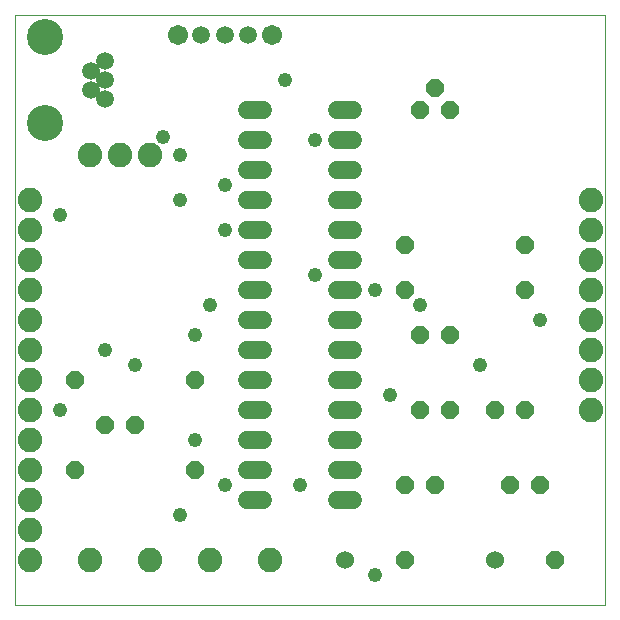
<source format=gbs>
G75*
%MOIN*%
%OFA0B0*%
%FSLAX25Y25*%
%IPPOS*%
%LPD*%
%AMOC8*
5,1,8,0,0,1.08239X$1,22.5*
%
%ADD10C,0.00000*%
%ADD11OC8,0.06000*%
%ADD12C,0.06000*%
%ADD13C,0.05950*%
%ADD14C,0.12020*%
%ADD15C,0.06000*%
%ADD16C,0.06737*%
%ADD17C,0.08200*%
%ADD18C,0.04762*%
D10*
X0006800Y0006800D02*
X0006800Y0203650D01*
X0203650Y0203650D01*
X0203650Y0006800D01*
X0006800Y0006800D01*
D11*
X0026800Y0051800D03*
X0036800Y0066800D03*
X0046800Y0066800D03*
X0026800Y0081800D03*
X0066800Y0081800D03*
X0066800Y0051800D03*
X0136800Y0046800D03*
X0146800Y0046800D03*
X0136800Y0021800D03*
X0171800Y0046800D03*
X0181800Y0046800D03*
X0186800Y0021800D03*
X0176800Y0071800D03*
X0166800Y0071800D03*
X0151800Y0071800D03*
X0141800Y0071800D03*
X0141800Y0096800D03*
X0151800Y0096800D03*
X0136800Y0111800D03*
X0136800Y0126800D03*
X0176800Y0126800D03*
X0176800Y0111800D03*
X0151800Y0171800D03*
X0146800Y0179300D03*
X0141800Y0171800D03*
D12*
X0116800Y0021800D03*
X0166800Y0021800D03*
D13*
X0036879Y0175501D03*
X0032154Y0178650D03*
X0036879Y0181800D03*
X0032154Y0184950D03*
X0036879Y0188099D03*
X0068926Y0196800D03*
X0076800Y0196800D03*
X0084674Y0196800D03*
D14*
X0016800Y0196170D03*
X0016800Y0167430D03*
D15*
X0084200Y0171800D02*
X0089400Y0171800D01*
X0089400Y0161800D02*
X0084200Y0161800D01*
X0084200Y0151800D02*
X0089400Y0151800D01*
X0089400Y0141800D02*
X0084200Y0141800D01*
X0084200Y0131800D02*
X0089400Y0131800D01*
X0089400Y0121800D02*
X0084200Y0121800D01*
X0084200Y0111800D02*
X0089400Y0111800D01*
X0089400Y0101800D02*
X0084200Y0101800D01*
X0084200Y0091800D02*
X0089400Y0091800D01*
X0089400Y0081800D02*
X0084200Y0081800D01*
X0084200Y0071800D02*
X0089400Y0071800D01*
X0089400Y0061800D02*
X0084200Y0061800D01*
X0084200Y0051800D02*
X0089400Y0051800D01*
X0089400Y0041800D02*
X0084200Y0041800D01*
X0114200Y0041800D02*
X0119400Y0041800D01*
X0119400Y0051800D02*
X0114200Y0051800D01*
X0114200Y0061800D02*
X0119400Y0061800D01*
X0119400Y0071800D02*
X0114200Y0071800D01*
X0114200Y0081800D02*
X0119400Y0081800D01*
X0119400Y0091800D02*
X0114200Y0091800D01*
X0114200Y0101800D02*
X0119400Y0101800D01*
X0119400Y0111800D02*
X0114200Y0111800D01*
X0114200Y0121800D02*
X0119400Y0121800D01*
X0119400Y0131800D02*
X0114200Y0131800D01*
X0114200Y0141800D02*
X0119400Y0141800D01*
X0119400Y0151800D02*
X0114200Y0151800D01*
X0114200Y0161800D02*
X0119400Y0161800D01*
X0119400Y0171800D02*
X0114200Y0171800D01*
D16*
X0092548Y0196800D03*
X0061052Y0196800D03*
D17*
X0051800Y0156800D03*
X0041800Y0156800D03*
X0031800Y0156800D03*
X0011800Y0141800D03*
X0011800Y0131800D03*
X0011800Y0121800D03*
X0011800Y0111800D03*
X0011800Y0101800D03*
X0011800Y0091800D03*
X0011800Y0081800D03*
X0011800Y0071800D03*
X0011800Y0061800D03*
X0011800Y0051800D03*
X0011800Y0041800D03*
X0011800Y0031800D03*
X0011800Y0021800D03*
X0031800Y0021800D03*
X0051800Y0021800D03*
X0071800Y0021800D03*
X0091800Y0021800D03*
X0198800Y0071800D03*
X0198800Y0081800D03*
X0198800Y0091800D03*
X0198800Y0101800D03*
X0198800Y0111800D03*
X0198800Y0121800D03*
X0198800Y0131800D03*
X0198800Y0141800D03*
D18*
X0181800Y0101800D03*
X0161800Y0086800D03*
X0141800Y0106800D03*
X0126800Y0111800D03*
X0106800Y0116800D03*
X0076800Y0131800D03*
X0076800Y0146800D03*
X0061800Y0141800D03*
X0061800Y0156800D03*
X0056209Y0162989D03*
X0021800Y0136800D03*
X0036800Y0091800D03*
X0046800Y0086800D03*
X0066800Y0096800D03*
X0071800Y0106800D03*
X0066800Y0061800D03*
X0076800Y0046800D03*
X0061800Y0036800D03*
X0021800Y0071800D03*
X0101800Y0046800D03*
X0126800Y0016800D03*
X0131800Y0076800D03*
X0106800Y0161800D03*
X0096800Y0181800D03*
M02*

</source>
